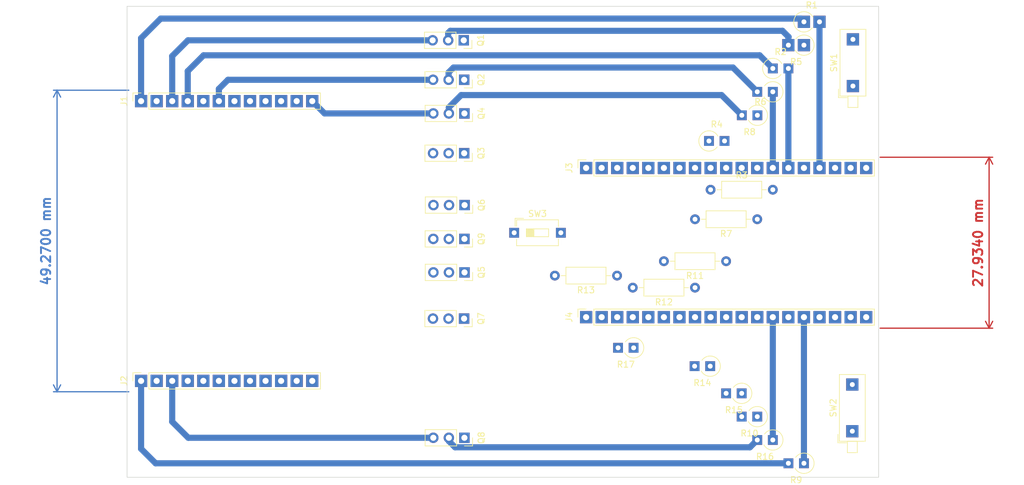
<source format=kicad_pcb>
(kicad_pcb (version 20240108) (generator "pcbnew") (generator_version "8.0")
  (layers (0 "F.Cu" signal) (31 "B.Cu" signal) (34 "B.Paste" user) (35 "F.Paste" user) (36 "B.SilkS" user "B.Silkscreen") (37 "F.SilkS" user "F.Silkscreen") (38 "B.Mask" user) (39 "F.Mask" user) (44 "Edge.Cuts" user))
  (net 0 "")
  (net 1 "GPIO15")
  (net 3 "Net-(J1-Pin_3)")
  (net 4 "GPIO0")
  (net 6 "Net-(J1-Pin_6)")
  (net 7 "GPIO16")
  (net 9 "Net-(J1-Pin_9)")
  (net 10 "GPIO5")
  (net 12 "Net-(J1-Pin_12)")
  (net 13 "GPIO13")
  (net 15 "Net-(J2-Pin_3)")
  (net 16 "GPIO14")
  (net 18 "Net-(J2-Pin_6)")
  (net 19 "GPIO26")
  (net 21 "Net-(J2-Pin_9)")
  (net 22 "GPIO33")
  (net 23 "Net-(J2-Pin_11)")
  (net 24 "Net-(J2-Pin_12)")
  (net 25 "GND")
  (net 26 "GPIO23")
  (net 27 "GPIO22")
  (net 28 "TX{slash}GPIO1")
  (net 29 "RX{slash}GPIO3")
  (net 30 "GPIO21")
  (net 31 "GPIO19")
  (net 32 "GPIO18")
  (net 33 "Net-(J3-Pin_10)")
  (net 34 "GPIO17")
  (net 35 "GPIO4")
  (net 36 "Net-(J3-Pin_14)")
  (net 37 "GPIO2")
  (net 38 "Net-(J3-Pin_16)")
  (net 42 "3.3V")
  (net 44 "GPI36")
  (net 45 "GPI39")
  (net 46 "GPI34")
  (net 47 "GPI35")
  (net 48 "GPIO32")
  (net 49 "Net-(J4-Pin_8)")
  (net 50 "GPIO25")
  (net 51 "Net-(J4-Pin_10)")
  (net 52 "GPIO27")
  (net 53 "Net-(J4-Pin_12)")
  (net 54 "GPIO12")
  (net 55 "Net-(J4-Pin_15)")
  (net 59 "5V")
  (net 60 "Net-(Q1-B)")
  (net 61 "Net-(Q2-B)")
  (net 62 "Net-(Q3-B)")
  (net 63 "Net-(Q4-B)")
  (net 64 "Net-(Q5-B)")
  (net 65 "Net-(Q6-B)")
  (net 66 "Net-(Q7-B)")
  (net 67 "Net-(Q8-B)")
  (net 68 "Net-(Q9-B)")
  (net 69 "Net-(J3-Pin_11)")
  (net 71 "GND_BJT")
  (footprint "Button_Switch_THT:SW_DIP_SPSTx01_Piano_10.8x4.1mm_W7.62mm_P2.54mm" (layer "F.Cu") (at 214.5 76.02 90)
    (property "Reference" "SW1" (at 3.81 -3.11 90) (layer "F.SilkS"))
    (property "Value" "SW_Push")
    (fp_line (start -1.89 -2.35) (end -0.507 -2.35) (stroke (width 0.12)) (layer "F.SilkS"))
    (fp_line (start -1.89 -2.35) (end -1.89 -0.967) (stroke (width 0.12)) (layer "F.SilkS"))
    (fp_line (start 9.27 -2.11) (end 9.27 2.11) (stroke (width 0.12)) (layer "F.SilkS"))
    (fp_line (start -1.65 -2.11) (end 9.27 -2.11) (stroke (width 0.12)) (layer "F.SilkS"))
    (fp_line (start -1.65 -2.11) (end -1.65 2.11) (stroke (width 0.12)) (layer "F.SilkS"))
    (fp_line (start -1.65 -0.81) (end -1.65 0.81) (stroke (width 0.12)) (layer "F.SilkS"))
    (fp_line (start -3.51 -0.81) (end -1.65 -0.81) (stroke (width 0.12)) (layer "F.SilkS"))
    (fp_line (start -3.51 -0.81) (end -3.51 0.81) (stroke (width 0.12)) (layer "F.SilkS"))
    (fp_line (start -3.51 0.81) (end -1.65 0.81) (stroke (width 0.12)) (layer "F.SilkS"))
    (fp_line (start -1.65 2.11) (end 9.27 2.11) (stroke (width 0.12)) (layer "F.SilkS"))
    (pad "1" thru_hole rect (at 0 0 90) (size 2 2) (drill 0.8) (layers "*.Cu" "*.Mask") (net 25 "GND"))
    (pad "2" thru_hole rect (at 7.62 0 90) (size 2 2) (drill 0.8) (layers "*.Cu" "*.Mask") (net 32 "GPIO18"))
  )
  (footprint "Connector_PinSocket_2.54mm:PinSocket_1x03_P2.54mm_Vertical" (layer "F.Cu") (at 151.04 75 -90)
    (property "Reference" "Q2" (at 0 -2.77 90) (layer "F.SilkS"))
    (property "Value" "2N3904")
    (fp_line (start -1.33 6.41) (end 1.33 6.41) (stroke (width 0.12)) (layer "F.SilkS"))
    (fp_line (start -1.33 1.27) (end -1.33 6.41) (stroke (width 0.12)) (layer "F.SilkS"))
    (fp_line (start -1.33 1.27) (end 1.33 1.27) (stroke (width 0.12)) (layer "F.SilkS"))
    (fp_line (start 1.33 1.27) (end 1.33 6.41) (stroke (width 0.12)) (layer "F.SilkS"))
    (fp_line (start 0 -1.33) (end 1.33 -1.33) (stroke (width 0.12)) (layer "F.SilkS"))
    (fp_line (start 1.33 -1.33) (end 1.33 0) (stroke (width 0.12)) (layer "F.SilkS"))
    (pad "1" thru_hole rect (at 0 0 270) (size 1.7 1.7) (drill 1) (layers "*.Cu" "*.Mask") (net 71 "GND_BJT"))
    (pad "2" thru_hole oval (at 0 2.54 270) (size 1.7 1.7) (drill 1) (layers "*.Cu" "*.Mask") (net 61 "Net-(Q2-B)"))
    (pad "3" thru_hole oval (at 0 5.08 270) (size 1.7 1.7) (drill 1) (layers "*.Cu" "*.Mask") (net 6 "Net-(J1-Pin_6)"))
  )
  (footprint "Connector_PinSocket_2.54mm:PinSocket_1x12_P2.54mm_Vertical" (layer "F.Cu") (at 98.298 78.486 90)
    (property "Reference" "J1" (at 0 -2.77 90) (layer "F.SilkS"))
    (property "Value" "Conn_01x12")
    (fp_line (start 1.33 -1.33) (end 1.33 0) (stroke (width 0.12)) (layer "F.SilkS"))
    (fp_line (start 0 -1.33) (end 1.33 -1.33) (stroke (width 0.12)) (layer "F.SilkS"))
    (fp_line (start 1.33 1.27) (end 1.33 29.27) (stroke (width 0.12)) (layer "F.SilkS"))
    (fp_line (start -1.33 1.27) (end 1.33 1.27) (stroke (width 0.12)) (layer "F.SilkS"))
    (fp_line (start -1.33 1.27) (end -1.33 29.27) (stroke (width 0.12)) (layer "F.SilkS"))
    (fp_line (start -1.33 29.27) (end 1.33 29.27) (stroke (width 0.12)) (layer "F.SilkS"))
    (pad "1" thru_hole rect (at 0 0 90) (size 2 2) (drill 1) (layers "*.Cu" "*.Mask") (net 1 "GPIO15"))
    (pad "2" thru_hole rect (at 0 2.54 90) (size 2 2) (drill 1) (layers "*.Cu" "*.Mask"))
    (pad "3" thru_hole rect (at 0 5.08 90) (size 2 2) (drill 1) (layers "*.Cu" "*.Mask") (net 3 "Net-(J1-Pin_3)"))
    (pad "4" thru_hole rect (at 0 7.62 90) (size 2 2) (drill 1) (layers "*.Cu" "*.Mask") (net 4 "GPIO0"))
    (pad "5" thru_hole rect (at 0 10.16 90) (size 2 2) (drill 1) (layers "*.Cu" "*.Mask"))
    (pad "6" thru_hole rect (at 0 12.7 90) (size 2 2) (drill 1) (layers "*.Cu" "*.Mask") (net 6 "Net-(J1-Pin_6)"))
    (pad "7" thru_hole rect (at 0 15.24 90) (size 2 2) (drill 1) (layers "*.Cu" "*.Mask") (net 34 "GPIO17"))
    (pad "8" thru_hole rect (at 0 17.78 90) (size 2 2) (drill 1) (layers "*.Cu" "*.Mask"))
    (pad "9" thru_hole rect (at 0 20.32 90) (size 2 2) (drill 1) (layers "*.Cu" "*.Mask") (net 9 "Net-(J1-Pin_9)"))
    (pad "10" thru_hole rect (at 0 22.86 90) (size 2 2) (drill 1) (layers "*.Cu" "*.Mask") (net 10 "GPIO5"))
    (pad "11" thru_hole rect (at 0 25.4 90) (size 2 2) (drill 1) (layers "*.Cu" "*.Mask"))
    (pad "12" thru_hole rect (at 0 27.94 90) (size 2 2) (drill 1) (layers "*.Cu" "*.Mask") (net 12 "Net-(J1-Pin_12)"))
  )
  (footprint "Connector_PinSocket_2.54mm:PinSocket_1x19_P2.54mm_Vertical" (layer "F.Cu") (at 170.942 89.408 90)
    (property "Reference" "J3" (at 0 -2.77 90) (layer "F.SilkS"))
    (property "Value" "Conn_01x19")
    (fp_line (start 1.33 -1.33) (end 1.33 0) (stroke (width 0.12)) (layer "F.SilkS"))
    (fp_line (start 0 -1.33) (end 1.33 -1.33) (stroke (width 0.12)) (layer "F.SilkS"))
    (fp_line (start 1.33 1.27) (end 1.33 47.05) (stroke (width 0.12)) (layer "F.SilkS"))
    (fp_line (start -1.33 1.27) (end 1.33 1.27) (stroke (width 0.12)) (layer "F.SilkS"))
    (fp_line (start -1.33 1.27) (end -1.33 47.05) (stroke (width 0.12)) (layer "F.SilkS"))
    (fp_line (start -1.33 47.05) (end 1.33 47.05) (stroke (width 0.12)) (layer "F.SilkS"))
    (pad "1" thru_hole rect (at 0 0 90) (size 2 2) (drill 1) (layers "*.Cu" "*.Mask") (net 25 "GND"))
    (pad "2" thru_hole rect (at 0 2.54 90) (size 2 2) (drill 1) (layers "*.Cu" "*.Mask") (net 26 "GPIO23"))
    (pad "3" thru_hole rect (at 0 5.08 90) (size 2 2) (drill 1) (layers "*.Cu" "*.Mask") (net 27 "GPIO22"))
    (pad "4" thru_hole rect (at 0 7.62 90) (size 2 2) (drill 1) (layers "*.Cu" "*.Mask") (net 28 "TX{slash}GPIO1"))
    (pad "5" thru_hole rect (at 0 10.16 90) (size 2 2) (drill 1) (layers "*.Cu" "*.Mask") (net 29 "RX{slash}GPIO3"))
    (pad "6" thru_hole rect (at 0 12.7 90) (size 2 2) (drill 1) (layers "*.Cu" "*.Mask") (net 30 "GPIO21"))
    (pad "7" thru_hole rect (at 0 15.24 90) (size 2 2) (drill 1) (layers "*.Cu" "*.Mask") (net 25 "GND"))
    (pad "8" thru_hole rect (at 0 17.78 90) (size 2 2) (drill 1) (layers "*.Cu" "*.Mask") (net 31 "GPIO19"))
    (pad "9" thru_hole rect (at 0 20.32 90) (size 2 2) (drill 1) (layers "*.Cu" "*.Mask") (net 32 "GPIO18"))
    (pad "10" thru_hole rect (at 0 22.86 90) (size 2 2) (drill 1) (layers "*.Cu" "*.Mask") (net 33 "Net-(J3-Pin_10)"))
    (pad "11" thru_hole rect (at 0 25.4 90) (size 2 2) (drill 1) (layers "*.Cu" "*.Mask") (net 69 "Net-(J3-Pin_11)"))
    (pad "12" thru_hole rect (at 0 27.94 90) (size 2 2) (drill 1) (layers "*.Cu" "*.Mask" "Eco2.User") (net 7 "GPIO16"))
    (pad "13" thru_hole rect (at 0 30.48 90) (size 2 2) (drill 1) (layers "*.Cu" "*.Mask") (net 35 "GPIO4"))
    (pad "14" thru_hole rect (at 0 33.02 90) (size 2 2) (drill 1) (layers "*.Cu" "*.Mask") (net 36 "Net-(J3-Pin_14)"))
    (pad "15" thru_hole rect (at 0 35.56 90) (size 2 2) (drill 1) (layers "*.Cu" "*.Mask") (net 37 "GPIO2"))
    (pad "16" thru_hole rect (at 0 38.1 90) (size 2 2) (drill 1) (layers "*.Cu" "*.Mask") (net 38 "Net-(J3-Pin_16)"))
    (pad "17" thru_hole rect (at 0 40.64 90) (size 2 2) (drill 1) (layers "*.Cu" "*.Mask"))
    (pad "18" thru_hole rect (at 0 43.18 90) (size 2 2) (drill 1) (layers "*.Cu" "*.Mask"))
    (pad "19" thru_hole rect (at 0 45.72 90) (size 2 2) (drill 1) (layers "*.Cu" "*.Mask"))
  )
  (footprint "Resistor_THT:R_Axial_DIN0309_L9.0mm_D3.2mm_P2.54mm_Vertical" (layer "F.Cu") (at 191.2 121.8 180)
    (property "Reference" "R14" (at 1.27 -2.72 0) (layer "F.SilkS"))
    (property "Value" "1000")
    (fp_arc (start 1.344775 0.97138) (mid -1.655812 -0.101418) (end 1.453272 -0.8) (stroke (width 0.12)) (layer "F.SilkS"))
    (pad "1" thru_hole rect (at 0 0 180) (size 1.6 1.6) (drill 0.8) (layers "*.Cu" "*.Mask") (net 50 "GPIO25"))
    (pad "2" thru_hole rect (at 2.54 0 180) (size 1.6 1.6) (drill 0.8) (layers "*.Cu" "*.Mask") (net 64 "Net-(Q5-B)"))
  )
  (footprint "Resistor_THT:R_Axial_DIN0207_L6.3mm_D2.5mm_P10.16mm_Horizontal" (layer "F.Cu") (at 188.722 108.966 180)
    (property "Reference" "R12" (at 5.08 -2.37 180) (layer "F.SilkS"))
    (property "Value" "330")
    (fp_line (start 9.12 0) (end 8.35 0) (stroke (width 0.12)) (layer "F.SilkS"))
    (fp_line (start 8.35 1.37) (end 8.35 -1.37) (stroke (width 0.12)) (layer "F.SilkS"))
    (fp_line (start 8.35 -1.37) (end 1.81 -1.37) (stroke (width 0.12)) (layer "F.SilkS"))
    (fp_line (start 1.81 1.37) (end 8.35 1.37) (stroke (width 0.12)) (layer "F.SilkS"))
    (fp_line (start 1.81 -1.37) (end 1.81 1.37) (stroke (width 0.12)) (layer "F.SilkS"))
    (fp_line (start 1.04 0) (end 1.81 0) (stroke (width 0.12)) (layer "F.SilkS"))
    (pad "1" thru_hole circle (at 0 0 180) (size 1.6 1.6) (drill 0.8) (layers "*.Cu" "*.Mask") (net 49 "Net-(J4-Pin_8)"))
    (pad "2" thru_hole oval (at 10.16 0 180) (size 1.6 1.6) (drill 0.8) (layers "*.Cu" "*.Mask") (net 22 "GPIO33"))
  )
  (footprint "Connector_PinSocket_2.54mm:PinSocket_1x03_P2.54mm_Vertical" (layer "F.Cu") (at 151.105 95.475 -90)
    (property "Reference" "Q6" (at 0 -2.77 90) (layer "F.SilkS"))
    (property "Value" "2N3904")
    (fp_line (start -1.33 6.41) (end 1.33 6.41) (stroke (width 0.12)) (layer "F.SilkS"))
    (fp_line (start -1.33 1.27) (end -1.33 6.41) (stroke (width 0.12)) (layer "F.SilkS"))
    (fp_line (start -1.33 1.27) (end 1.33 1.27) (stroke (width 0.12)) (layer "F.SilkS"))
    (fp_line (start 1.33 1.27) (end 1.33 6.41) (stroke (width 0.12)) (layer "F.SilkS"))
    (fp_line (start 0 -1.33) (end 1.33 -1.33) (stroke (width 0.12)) (layer "F.SilkS"))
    (fp_line (start 1.33 -1.33) (end 1.33 0) (stroke (width 0.12)) (layer "F.SilkS"))
    (pad "1" thru_hole rect (at 0 0 270) (size 1.7 1.7) (drill 1) (layers "*.Cu" "*.Mask") (net 71 "GND_BJT"))
    (pad "2" thru_hole oval (at 0 2.54 270) (size 1.7 1.7) (drill 1) (layers "*.Cu" "*.Mask") (net 65 "Net-(Q6-B)"))
    (pad "3" thru_hole oval (at 0 5.08 270) (size 1.7 1.7) (drill 1) (layers "*.Cu" "*.Mask") (net 21 "Net-(J2-Pin_9)"))
  )
  (footprint "Connector_PinSocket_2.54mm:PinSocket_1x03_P2.54mm_Vertical" (layer "F.Cu") (at 151.08 133.5 -90)
    (property "Reference" "Q8" (at 0 -2.77 90) (layer "F.SilkS"))
    (property "Value" "2N3904")
    (fp_line (start -1.33 6.41) (end 1.33 6.41) (stroke (width 0.12)) (layer "F.SilkS"))
    (fp_line (start -1.33 1.27) (end -1.33 6.41) (stroke (width 0.12)) (layer "F.SilkS"))
    (fp_line (start -1.33 1.27) (end 1.33 1.27) (stroke (width 0.12)) (layer "F.SilkS"))
    (fp_line (start 1.33 1.27) (end 1.33 6.41) (stroke (width 0.12)) (layer "F.SilkS"))
    (fp_line (start 0 -1.33) (end 1.33 -1.33) (stroke (width 0.12)) (layer "F.SilkS"))
    (fp_line (start 1.33 -1.33) (end 1.33 0) (stroke (width 0.12)) (layer "F.SilkS"))
    (pad "1" thru_hole rect (at 0 0 270) (size 1.7 1.7) (drill 1) (layers "*.Cu" "*.Mask") (net 71 "GND_BJT"))
    (pad "2" thru_hole oval (at 0 2.54 270) (size 1.7 1.7) (drill 1) (layers "*.Cu" "*.Mask") (net 67 "Net-(Q8-B)"))
    (pad "3" thru_hole oval (at 0 5.08 270) (size 1.7 1.7) (drill 1) (layers "*.Cu" "*.Mask") (net 15 "Net-(J2-Pin_3)"))
  )
  (footprint "Resistor_THT:R_Axial_DIN0207_L6.3mm_D2.5mm_P10.16mm_Horizontal" (layer "F.Cu") (at 191.262 92.964)
    (property "Reference" "R3" (at 5.08 -2.37 0) (layer "F.SilkS"))
    (property "Value" "330")
    (fp_line (start 1.04 0) (end 1.81 0) (stroke (width 0.12)) (layer "F.SilkS"))
    (fp_line (start 1.81 -1.37) (end 1.81 1.37) (stroke (width 0.12)) (layer "F.SilkS"))
    (fp_line (start 1.81 1.37) (end 8.35 1.37) (stroke (width 0.12)) (layer "F.SilkS"))
    (fp_line (start 8.35 -1.37) (end 1.81 -1.37) (stroke (width 0.12)) (layer "F.SilkS"))
    (fp_line (start 8.35 1.37) (end 8.35 -1.37) (stroke (width 0.12)) (layer "F.SilkS"))
    (fp_line (start 9.12 0) (end 8.35 0) (stroke (width 0.12)) (layer "F.SilkS"))
    (pad "1" thru_hole circle (at 0 0) (size 1.6 1.6) (drill 0.8) (layers "*.Cu" "*.Mask") (net 34 "GPIO17"))
    (pad "2" thru_hole oval (at 10.16 0) (size 1.6 1.6) (drill 0.8) (layers "*.Cu" "*.Mask") (net 69 "Net-(J3-Pin_11)"))
  )
  (footprint "Connector_PinSocket_2.54mm:PinSocket_1x03_P2.54mm_Vertical" (layer "F.Cu") (at 151.095 106.475 -90)
    (property "Reference" "Q5" (at 0 -2.77 90) (layer "F.SilkS"))
    (property "Value" "2N3904")
    (fp_line (start -1.33 6.41) (end 1.33 6.41) (stroke (width 0.12)) (layer "F.SilkS"))
    (fp_line (start -1.33 1.27) (end -1.33 6.41) (stroke (width 0.12)) (layer "F.SilkS"))
    (fp_line (start -1.33 1.27) (end 1.33 1.27) (stroke (width 0.12)) (layer "F.SilkS"))
    (fp_line (start 1.33 1.27) (end 1.33 6.41) (stroke (width 0.12)) (layer "F.SilkS"))
    (fp_line (start 0 -1.33) (end 1.33 -1.33) (stroke (width 0.12)) (layer "F.SilkS"))
    (fp_line (start 1.33 -1.33) (end 1.33 0) (stroke (width 0.12)) (layer "F.SilkS"))
    (pad "1" thru_hole rect (at 0 0 270) (size 1.7 1.7) (drill 1) (layers "*.Cu" "*.Mask") (net 71 "GND_BJT"))
    (pad "2" thru_hole oval (at 0 2.54 270) (size 1.7 1.7) (drill 1) (layers "*.Cu" "*.Mask") (net 64 "Net-(Q5-B)"))
    (pad "3" thru_hole oval (at 0 5.08 270) (size 1.7 1.7) (drill 1) (layers "*.Cu" "*.Mask") (net 24 "Net-(J2-Pin_12)"))
  )
  (footprint "Resistor_THT:R_Axial_DIN0309_L9.0mm_D3.2mm_P2.54mm_Vertical" (layer "F.Cu") (at 206.502 65.532)
    (property "Reference" "R1" (at 1.27 -2.72 0) (layer "F.SilkS"))
    (property "Value" "330")
    (fp_arc (start 1.344775 0.97138) (mid -1.655812 -0.101418) (end 1.453272 -0.8) (stroke (width 0.12)) (layer "F.SilkS"))
    (pad "1" thru_hole rect (at 0 0) (size 2 2) (drill 0.8) (layers "*.Cu" "*.Mask") (net 1 "GPIO15"))
    (pad "2" thru_hole rect (at 2.54 0) (size 2 2) (drill 0.8) (layers "*.Cu" "*.Mask") (net 38 "Net-(J3-Pin_16)"))
  )
  (footprint "Connector_PinSocket_2.54mm:PinSocket_1x03_P2.54mm_Vertical" (layer "F.Cu") (at 150.97 68.55 -90)
    (property "Reference" "Q1" (at 0 -2.77 90) (layer "F.SilkS"))
    (property "Value" "2N3904")
    (fp_line (start -1.33 6.41) (end 1.33 6.41) (stroke (width 0.12)) (layer "F.SilkS"))
    (fp_line (start -1.33 1.27) (end -1.33 6.41) (stroke (width 0.12)) (layer "F.SilkS"))
    (fp_line (start -1.33 1.27) (end 1.33 1.27) (stroke (width 0.12)) (layer "F.SilkS"))
    (fp_line (start 1.33 1.27) (end 1.33 6.41) (stroke (width 0.12)) (layer "F.SilkS"))
    (fp_line (start 0 -1.33) (end 1.33 -1.33) (stroke (width 0.12)) (layer "F.SilkS"))
    (fp_line (start 1.33 -1.33) (end 1.33 0) (stroke (width 0.12)) (layer "F.SilkS"))
    (pad "1" thru_hole rect (at 0 0 270) (size 1.7 1.7) (drill 1) (layers "*.Cu" "*.Mask") (net 71 "GND_BJT"))
    (pad "2" thru_hole oval (at 0 2.54 270) (size 1.7 1.7) (drill 1) (layers "*.Cu" "*.Mask") (net 60 "Net-(Q1-B)"))
    (pad "3" thru_hole oval (at 0 5.08 270) (size 1.7 1.7) (drill 1) (layers "*.Cu" "*.Mask") (net 3 "Net-(J1-Pin_3)"))
  )
  (footprint "Connector_PinSocket_2.54mm:PinSocket_1x03_P2.54mm_Vertical" (layer "F.Cu") (at 151.025 114.025 -90)
    (property "Reference" "Q7" (at 0 -2.77 90) (layer "F.SilkS"))
    (property "Value" "2N3904")
    (fp_line (start -1.33 6.41) (end 1.33 6.41) (stroke (width 0.12)) (layer "F.SilkS"))
    (fp_line (start -1.33 1.27) (end -1.33 6.41) (stroke (width 0.12)) (layer "F.SilkS"))
    (fp_line (start -1.33 1.27) (end 1.33 1.27) (stroke (width 0.12)) (layer "F.SilkS"))
    (fp_line (start 1.33 1.27) (end 1.33 6.41) (stroke (width 0.12)) (layer "F.SilkS"))
    (fp_line (start 0 -1.33) (end 1.33 -1.33) (stroke (width 0.12)) (layer "F.SilkS"))
    (fp_line (start 1.33 -1.33) (end 1.33 0) (stroke (width 0.12)) (layer "F.SilkS"))
    (pad "1" thru_hole rect (at 0 0 270) (size 1.7 1.7) (drill 1) (layers "*.Cu" "*.Mask") (net 71 "GND_BJT"))
    (pad "2" thru_hole oval (at 0 2.54 270) (size 1.7 1.7) (drill 1) (layers "*.Cu" "*.Mask") (net 66 "Net-(Q7-B)"))
    (pad "3" thru_hole oval (at 0 5.08 270) (size 1.7 1.7) (drill 1) (layers "*.Cu" "*.Mask") (net 18 "Net-(J2-Pin_6)"))
  )
  (footprint "Resistor_THT:R_Axial_DIN0309_L9.0mm_D3.2mm_P2.54mm_Vertical" (layer "F.Cu") (at 201.422 76.962 180)
    (property "Reference" "R6" (at 2.022 -1.638 0) (layer "F.SilkS"))
    (property "Value" "1000")
    (fp_arc (start 1.344775 0.97138) (mid -1.655812 -0.101418) (end 1.453272 -0.8) (stroke (width 0.12)) (layer "F.SilkS"))
    (pad "1" thru_hole rect (at 0 0 180) (size 1.6 1.6) (drill 0.8) (layers "*.Cu" "*.Mask") (net 35 "GPIO4"))
    (pad "2" thru_hole rect (at 2.54 0 180) (size 1.6 1.6) (drill 0.8) (layers "*.Cu" "*.Mask") (net 61 "Net-(Q2-B)"))
  )
  (footprint "Connector_PinSocket_2.54mm:PinSocket_1x03_P2.54mm_Vertical" (layer "F.Cu") (at 151.08 80.5 -90)
    (property "Reference" "Q4" (at 0 -2.77 90) (layer "F.SilkS"))
    (property "Value" "2N3904")
    (fp_line (start -1.33 6.41) (end 1.33 6.41) (stroke (width 0.12)) (layer "F.SilkS"))
    (fp_line (start -1.33 1.27) (end -1.33 6.41) (stroke (width 0.12)) (layer "F.SilkS"))
    (fp_line (start -1.33 1.27) (end 1.33 1.27) (stroke (width 0.12)) (layer "F.SilkS"))
    (fp_line (start 1.33 1.27) (end 1.33 6.41) (stroke (width 0.12)) (layer "F.SilkS"))
    (fp_line (start 0 -1.33) (end 1.33 -1.33) (stroke (width 0.12)) (layer "F.SilkS"))
    (fp_line (start 1.33 -1.33) (end 1.33 0) (stroke (width 0.12)) (layer "F.SilkS"))
    (pad "1" thru_hole rect (at 0 0 270) (size 1.7 1.7) (drill 1) (layers "*.Cu" "*.Mask") (net 71 "GND_BJT"))
    (pad "2" thru_hole oval (at 0 2.54 270) (size 1.7 1.7) (drill 1) (layers "*.Cu" "*.Mask") (net 63 "Net-(Q4-B)"))
    (pad "3" thru_hole oval (at 0 5.08 270) (size 1.7 1.7) (drill 1) (layers "*.Cu" "*.Mask") (net 12 "Net-(J1-Pin_12)"))
  )
  (footprint "Resistor_THT:R_Axial_DIN0207_L6.3mm_D2.5mm_P10.16mm_Horizontal" (layer "F.Cu") (at 176 107 180)
    (property "Reference" "R13" (at 5.08 -2.37 180) (layer "F.SilkS"))
    (property "Value" "1000")
    (fp_line (start 9.12 0) (end 8.35 0) (stroke (width 0.12)) (layer "F.SilkS"))
    (fp_line (start 8.35 1.37) (end 8.35 -1.37) (stroke (width 0.12)) (layer "F.SilkS"))
    (fp_line (start 8.35 -1.37) (end 1.81 -1.37) (stroke (width 0.12)) (layer "F.SilkS"))
    (fp_line (start 1.81 1.37) (end 8.35 1.37) (stroke (width 0.12)) (layer "F.SilkS"))
    (fp_line (start 1.81 -1.37) (end 1.81 1.37) (stroke (width 0.12)) (layer "F.SilkS"))
    (fp_line (start 1.04 0) (end 1.81 0) (stroke (width 0.12)) (layer "F.SilkS"))
    (pad "1" thru_hole circle (at 0 0 180) (size 1.6 1.6) (drill 0.8) (layers "*.Cu" "*.Mask") (net 44 "GPI36"))
    (pad "2" thru_hole oval (at 10.16 0 180) (size 1.6 1.6) (drill 0.8) (layers "*.Cu" "*.Mask") (net 65 "Net-(Q6-B)"))
  )
  (footprint "Resistor_THT:R_Axial_DIN0309_L9.0mm_D3.2mm_P2.54mm_Vertical" (layer "F.Cu") (at 196.342 126.238 180)
    (property "Reference" "R15" (at 1.27 -2.72 0) (layer "F.SilkS"))
    (property "Value" "1000")
    (fp_arc (start 1.344775 0.97138) (mid -1.655812 -0.101418) (end 1.453272 -0.8) (stroke (width 0.12)) (layer "F.SilkS"))
    (pad "1" thru_hole rect (at 0 0 180) (size 1.6 1.6) (drill 0.8) (layers "*.Cu" "*.Mask") (net 52 "GPIO27"))
    (pad "2" thru_hole rect (at 2.54 0 180) (size 1.6 1.6) (drill 0.8) (layers "*.Cu" "*.Mask") (net 66 "Net-(Q7-B)"))
  )
  (footprint "Button_Switch_THT:SW_DIP_SPSTx01_Piano_10.8x4.1mm_W7.62mm_P2.54mm" (layer "F.Cu") (at 214.4 132.425 90)
    (property "Reference" "SW2" (at 3.81 -3.11 90) (layer "F.SilkS"))
    (property "Value" "SW_Push")
    (fp_line (start -1.89 -2.35) (end -0.507 -2.35) (stroke (width 0.12)) (layer "F.SilkS"))
    (fp_line (start -1.89 -2.35) (end -1.89 -0.967) (stroke (width 0.12)) (layer "F.SilkS"))
    (fp_line (start 9.27 -2.11) (end 9.27 2.11) (stroke (width 0.12)) (layer "F.SilkS"))
    (fp_line (start -1.65 -2.11) (end 9.27 -2.11) (stroke (width 0.12)) (layer "F.SilkS"))
    (fp_line (start -1.65 -2.11) (end -1.65 2.11) (stroke (width 0.12)) (layer "F.SilkS"))
    (fp_line (start -1.65 -0.81) (end -1.65 0.81) (stroke (width 0.12)) (layer "F.SilkS"))
    (fp_line (start -3.51 -0.81) (end -1.65 -0.81) (stroke (width 0.12)) (layer "F.SilkS"))
    (fp_line (start -3.51 -0.81) (end -3.51 0.81) (stroke (width 0.12)) (layer "F.SilkS"))
    (fp_line (start -3.51 0.81) (end -1.65 0.81) (stroke (width 0.12)) (layer "F.SilkS"))
    (fp_line (start -1.65 2.11) (end 9.27 2.11) (stroke (width 0.12)) (layer "F.SilkS"))
    (pad "1" thru_hole rect (at 0 0 90) (size 2 2) (drill 0.8) (layers "*.Cu" "*.Mask") (net 48 "GPIO32"))
    (pad "2" thru_hole rect (at 7.62 0 90) (size 2 2) (drill 0.8) (layers "*.Cu" "*.Mask") (net 25 "GND"))
  )
  (footprint "Resistor_THT:R_Axial_DIN0309_L9.0mm_D3.2mm_P2.54mm_Vertical" (layer "F.Cu") (at 178.7 118.8 180)
    (property "Reference" "R17" (at 1.27 -2.72 180) (layer "F.SilkS"))
    (property "Value" "1000")
    (fp_arc (start 1.344775 0.97138) (mid -1.655812 -0.101418) (end 1.453272 -0.8) (stroke (width 0.12)) (layer "F.SilkS"))
    (pad "1" thru_hole rect (at 0 0 180) (size 1.6 1.6) (drill 0.8) (layers "*.Cu" "*.Mask") (net 45 "GPI39"))
    (pad "2" thru_hole rect (at 2.54 0 180) (size 1.6 1.6) (drill 0.8) (layers "*.Cu" "*.Mask") (net 68 "Net-(Q9-B)"))
  )
  (footprint "Button_Switch_THT:SW_DIP_SPSTx01_Slide_6.7x4.1mm_W7.62mm_P2.54mm_LowProfile" (layer "F.Cu") (at 159.2 100)
    (property "Reference" "SW3" (at 3.81 -3.11 0) (layer "F.SilkS"))
    (property "Value" "SW_DPST_x2")
    (fp_line (start 0.16 -2.35) (end 0.16 -1.04) (stroke (width 0.12)) (layer "F.SilkS"))
    (fp_line (start 0.16 -2.35) (end 1.543 -2.35) (stroke (width 0.12)) (layer "F.SilkS"))
    (fp_line (start 0.4 -2.11) (end 0.4 -1.04) (stroke (width 0.12)) (layer "F.SilkS"))
    (fp_line (start 0.4 -2.11) (end 7.221 -2.11) (stroke (width 0.12)) (layer "F.SilkS"))
    (fp_line (start 0.4 1.04) (end 0.4 2.11) (stroke (width 0.12)) (layer "F.SilkS"))
    (fp_line (start 0.4 2.11) (end 7.221 2.11) (stroke (width 0.12)) (layer "F.SilkS"))
    (fp_line (start 2 -0.635) (end 2 0.635) (stroke (width 0.12)) (layer "F.SilkS"))
    (fp_line (start 2 -0.515) (end 3.206667 -0.515) (stroke (width 0.12)) (layer "F.SilkS"))
    (fp_line (start 2 -0.395) (end 3.206667 -0.395) (stroke (width 0.12)) (layer "F.SilkS"))
    (fp_line (start 2 -0.275) (end 3.206667 -0.275) (stroke (width 0.12)) (layer "F.SilkS"))
    (fp_line (start 2 -0.155) (end 3.206667 -0.155) (stroke (width 0.12)) (layer "F.SilkS"))
    (fp_line (start 2 -0.035) (end 3.206667 -0.035) (stroke (width 0.12)) (layer "F.SilkS"))
    (fp_line (start 2 0.085) (end 3.206667 0.085) (stroke (width 0.12)) (layer "F.SilkS"))
    (fp_line (start 2 0.205) (end 3.206667 0.205) (stroke (width 0.12)) (layer "F.SilkS"))
    (fp_line (start 2 0.325) (end 3.206667 0.325) (stroke (width 0.12)) (layer "F.SilkS"))
    (fp_line (start 2 0.445) (end 3.206667 0.445) (stroke (width 0.12)) (layer "F.SilkS"))
    (fp_line (start 2 0.565) (end 3.206667 0.565) (stroke (width 0.12)) (layer "F.SilkS"))
    (fp_line (start 2 0.635) (end 5.62 0.635) (stroke (width 0.12)) (layer "F.SilkS"))
    (fp_line (start 3.206667 -0.635) (end 3.206667 0.635) (stroke (width 0.12)) (layer "F.SilkS"))
    (fp_line (start 5.62 -0.635) (end 2 -0.635) (stroke (width 0.12)) (layer "F.SilkS"))
    (fp_line (start 5.62 0.635) (end 5.62 -0.635) (stroke (width 0.12)) (layer "F.SilkS"))
    (fp_line (start 7.221 -2.11) (end 7.221 -0.99) (stroke (width 0.12)) (layer "F.SilkS"))
    (fp_line (start 7.221 0.99) (end 7.221 2.11) (stroke (width 0.12)) (layer "F.SilkS"))
    (pad "1" thru_hole rect (at 0 0) (size 1.6 1.6) (drill 0.8) (layers "*.Cu" "*.Mask") (net 71 "GND_BJT"))
    (pad "2" thru_hole rect (at 7.62 0) (size 1.6 1.6) (drill 0.8) (layers "*.Cu" "*.Mask") (net 25 "GND"))
  )
  (footprint "Resistor_THT:R_Axial_DIN0309_L9.0mm_D3.2mm_P2.54mm_Vertical" (layer "F.Cu") (at 191 85)
    (property "Reference" "R4" (at 1.27 -2.72 0) (layer "F.SilkS"))
    (property "Value" "330" (hide yes))
    (fp_arc (start 1.344775 0.97138) (mid -1.655812 -0.101418) (end 1.453272 -0.8) (stroke (width 0.12)) (layer "F.SilkS"))
    (pad "1" thru_hole rect (at 0 0) (size 1.6 1.6) (drill 0.8) (layers "*.Cu" "*.Mask") (net 10 "GPIO5"))
    (pad "2" thru_hole rect (at 2.54 0) (size 1.6 1.6) (drill 0.8) (layers "*.Cu" "*.Mask") (net 33 "Net-(J3-Pin_10)"))
  )
  (footprint "Resistor_THT:R_Axial_DIN0309_L9.0mm_D3.2mm_P2.54mm_Vertical" (layer "F.Cu") (at 198.9 80.8 180)
    (property "Reference" "R8" (at 1.27 -2.72 180) (layer "F.SilkS"))
    (property "Value" "1000")
    (fp_arc (start 1.344775 0.97138) (mid -1.655812 -0.101418) (end 1.453272 -0.8) (stroke (width 0.12)) (layer "F.SilkS"))
    (pad "1" thru_hole rect (at 0 0 180) (size 1.6 1.6) (drill 0.8) (layers "*.Cu" "*.Mask"))
    (pad "2" thru_hole rect (at 2.54 0 180) (size 1.6 1.6) (drill 0.8) (layers "*.Cu" "*.Mask") (net 63 "Net-(Q4-B)"))
  )
  (footprint "Resistor_THT:R_Axial_DIN0309_L9.0mm_D3.2mm_P2.54mm_Vertical" (layer "F.Cu") (at 201.422 133.858 180)
    (property "Reference" "R16" (at 1.27 -2.72 0) (layer "F.SilkS"))
    (property "Value" "1000")
    (fp_arc (start 1.344775 0.97138) (mid -1.655812 -0.101418) (end 1.453272 -0.8) (stroke (width 0.12)) (layer "F.SilkS"))
    (pad "1" thru_hole rect (at 0 0 180) (size 1.6 1.6) (drill 0.8) (layers "*.Cu" "*.Mask") (net 54 "GPIO12"))
    (pad "2" thru_hole rect (at 2.54 0 180) (size 1.6 1.6) (drill 0.8) (layers "*.Cu" "*.Mask") (net 67 "Net-(Q8-B)"))
  )
  (footprint "Resistor_THT:R_Axial_DIN0207_L6.3mm_D2.5mm_P10.16mm_Horizontal" (layer "F.Cu") (at 198.882 97.79 180)
    (property "Reference" "R7" (at 5.08 -2.37 180) (layer "F.SilkS"))
    (property "Value" "1000")
    (fp_line (start 9.12 0) (end 8.35 0) (stroke (width 0.12)) (layer "F.SilkS"))
    (fp_line (start 8.35 1.37) (end 8.35 -1.37) (stroke (width 0.12)) (layer "F.SilkS"))
    (fp_line (start 8.35 -1.37) (end 1.81 -1.37) (stroke (width 0.12)) (layer "F.SilkS"))
    (fp_line (start 1.81 1.37) (end 8.35 1.37) (stroke (width 0.12)) (layer "F.SilkS"))
    (fp_line (start 1.81 -1.37) (end 1.81 1.37) (stroke (width 0.12)) (layer "F.SilkS"))
    (fp_line (start 1.04 0) (end 1.81 0) (stroke (width 0.12)) (layer "F.SilkS"))
    (pad "1" thru_hole circle (at 0 0 180) (size 1.6 1.6) (drill 0.8) (layers "*.Cu" "*.Mask") (net 7 "GPIO16"))
    (pad "2" thru_hole oval (at 10.16 0 180) (size 1.6 1.6) (drill 0.8) (layers "*.Cu" "*.Mask") (net 62 "Net-(Q3-B)"))
  )
  (footprint "Resistor_THT:R_Axial_DIN0309_L9.0mm_D3.2mm_P2.54mm_Vertical" (layer "F.Cu") (at 201.422 73.152)
    (property "Reference" "R2" (at 1.27 -2.72 0) (layer "F.SilkS"))
    (property "Value" "330")
    (fp_arc (start 1.344775 0.97138) (mid -1.655812 -0.101418) (end 1.453272 -0.8) (stroke (width 0.12)) (layer "F.SilkS"))
    (pad "1" thru_hole rect (at 0 0) (size 1.6 1.6) (drill 0.8) (layers "*.Cu" "*.Mask") (net 4 "GPIO0"))
    (pad "2" thru_hole rect (at 2.54 0) (size 1.6 1.6) (drill 0.8) (layers "*.Cu" "*.Mask") (net 36 "Net-(J3-Pin_14)"))
  )
  (footprint "Connector_PinSocket_2.54mm:PinSocket_1x19_P2.54mm_Vertical" (layer "F.Cu") (at 170.942 113.792 90)
    (property "Reference" "J4" (at 0 -2.77 90) (layer "F.SilkS"))
    (property "Value" "Conn_01x19")
    (fp_line (start 1.33 -1.33) (end 1.33 0) (stroke (width 0.12)) (layer "F.SilkS"))
    (fp_line (start 0 -1.33) (end 1.33 -1.33) (stroke (width 0.12)) (layer "F.SilkS"))
    (fp_line (start 1.33 1.27) (end 1.33 47.05) (stroke (width 0.12)) (layer "F.SilkS"))
    (fp_line (start -1.33 1.27) (end 1.33 1.27) (stroke (width 0.12)) (layer "F.SilkS"))
    (fp_line (start -1.33 1.27) (end -1.33 47.05) (stroke (width 0.12)) (layer "F.SilkS"))
    (fp_line (start -1.33 47.05) (end 1.33 47.05) (stroke (width 0.12)) (layer "F.SilkS"))
    (pad "1" thru_hole rect (at 0 0 90) (size 2 2) (drill 1) (layers "*.Cu" "*.Mask") (net 42 "3.3V"))
    (pad "2" thru_hole rect (at 0 2.54 90) (size 2 2) (drill 1) (layers "*.Cu" "*.Mask"))
    (pad "3" thru_hole rect (at 0 5.08 90) (size 2 2) (drill 1) (layers "*.Cu" "*.Mask") (net 44 "GPI36"))
    (pad "4" thru_hole rect (at 0 7.62 90) (size 2 2) (drill 1) (layers "*.Cu" "*.Mask") (net 45 "GPI39"))
    (pad "5" thru_hole rect (at 0 10.16 90) (size 2 2) (drill 1) (layers "*.Cu" "*.Mask") (net 46 "GPI34"))
    (pad "6" thru_hole rect (at 0 12.7 90) (size 2 2) (drill 1) (layers "*.Cu" "*.Mask") (net 47 "GPI35"))
    (pad "7" thru_hole rect (at 0 15.24 90) (size 2 2) (drill 1) (layers "*.Cu" "*.Mask") (net 48 "GPIO32"))
    (pad "8" thru_hole rect (at 0 17.78 90) (size 2 2) (drill 1) (layers "*.Cu" "*.Mask") (net 49 "Net-(J4-Pin_8)"))
    (pad "9" thru_hole rect (at 0 20.32 90) (size 2 2) (drill 1) (layers "*.Cu" "*.Mask") (net 50 "GPIO25"))
    (pad "10" thru_hole rect (at 0 22.86 90) (size 2 2) (drill 1) (layers "*.Cu" "*.Mask") (net 51 "Net-(J4-Pin_10)"))
    (pad "11" thru_hole rect (at 0 25.4 90) (size 2 2) (drill 1) (layers "*.Cu" "*.Mask") (net 52 "GPIO27"))
    (pad "12" thru_hole rect (at 0 27.94 90) (size 2 2) (drill 1) (layers "*.Cu" "*.Mask") (net 53 "Net-(J4-Pin_12)"))
    (pad "13" thru_hole rect (at 0 30.48 90) (size 2 2) (drill 1) (layers "*.Cu" "*.Mask") (net 54 "GPIO12"))
    (pad "14" thru_hole rect (at 0 33.02 90) (size 2 2) (drill 1) (layers "*.Cu" "*.Mask") (net 25 "GND"))
    (pad "15" thru_hole rect (at 0 35.56 90) (size 2 2) (drill 1) (layers "*.Cu" "*.Mask") (net 55 "Net-(J4-Pin_15)"))
    (pad "16" thru_hole rect (at 0 38.1 90) (size 2 2) (drill 1) (layers "*.Cu" "*.Mask"))
    (pad "17" thru_hole rect (at 0 40.64 90) (size 2 2) (drill 1) (layers "*.Cu" "*.Mask"))
    (pad "18" thru_hole rect (at 0 43.18 90) (size 2 2) (drill 1) (layers "*.Cu" "*.Mask"))
    (pad "19" thru_hole rect (at 0 45.72 90) (size 2 2) (drill 1) (layers "*.Cu" "*.Mask") (net 59 "5V"))
  )
  (footprint "Connector_PinSocket_2.54mm:PinSocket_1x03_P2.54mm_Vertical" (layer "F.Cu") (at 151.04 87 -90)
    (property "Reference" "Q3" (at 0 -2.77 90) (layer "F.SilkS"))
    (property "Value" "2N3904")
    (fp_line (start -1.33 6.41) (end 1.33 6.41) (stroke (width 0.12)) (layer "F.SilkS"))
    (fp_line (start -1.33 1.27) (end -1.33 6.41) (stroke (width 0.12)) (layer "F.SilkS"))
    (fp_line (start -1.33 1.27) (end 1.33 1.27) (stroke (width 0.12)) (layer "F.SilkS"))
    (fp_line (start 1.33 1.27) (end 1.33 6.41) (stroke (width 0.12)) (layer "F.SilkS"))
    (fp_line (start 0 -1.33) (end 1.33 -1.33) (stroke (width 0.12)) (layer "F.SilkS"))
    (fp_line (start 1.33 -1.33) (end 1.33 0) (stroke (width 0.12)) (layer "F.SilkS"))
    (pad "1" thru_hole rect (at 0 0 270) (size 1.7 1.7) (drill 1) (layers "*.Cu" "*.Mask") (net 71 "GND_BJT"))
    (pad "2" thru_hole oval (at 0 2.54 270) (size 1.7 1.7) (drill 1) (layers "*.Cu" "*.Mask") (net 62 "Net-(Q3-B)"))
    (pad "3" thru_hole oval (at 0 5.08 270) (size 1.7 1.7) (drill 1) (layers "*.Cu" "*.Mask") (net 9 "Net-(J1-Pin_9)"))
  )
  (footprint "Connector_PinSocket_2.54mm:PinSocket_1x03_P2.54mm_Vertical" (layer "F.Cu") (at 151.08 101 -90)
    (property "Reference" "Q9" (at 0 -2.77 90) (layer "F.SilkS"))
    (property "Value" "2N3904")
    (fp_line (start -1.33 6.41) (end 1.33 6.41) (stroke (width 0.12)) (layer "F.SilkS"))
    (fp_line (start -1.33 1.27) (end -1.33 6.41) (stroke (width 0.12)) (layer "F.SilkS"))
    (fp_line (start -1.33 1.27) (end 1.33 1.27) (stroke (width 0.12)) (layer "F.SilkS"))
    (fp_line (start 1.33 1.27) (end 1.33 6.41) (stroke (width 0.12)) (layer "F.SilkS"))
    (fp_line (start 0 -1.33) (end 1.33 -1.33) (stroke (width 0.12)) (layer "F.SilkS"))
    (fp_line (start 1.33 -1.33) (end 1.33 0) (stroke (width 0.12)) (layer "F.SilkS"))
    (pad "1" thru_hole rect (at 0 0 270) (size 1.7 1.7) (drill 1) (layers "*.Cu" "*.Mask") (net 71 "GND_BJT"))
    (pad "2" thru_hole oval (at 0 2.54 270) (size 1.7 1.7) (drill 1) (layers "*.Cu" "*.Mask") (net 68 "Net-(Q9-B)"))
    (pad "3" thru_hole oval (at 0 5.08 270) (size 1.7 1.7) (drill 1) (layers "*.Cu" "*.Mask") (net 23 "Net-(J2-Pin_11)"))
  )
  (footprint "Resistor_THT:R_Axial_DIN0309_L9.0mm_D3.2mm_P2.54mm_Vertical" (layer "F.Cu") (at 206.502 137.668 180)
    (property "Reference" "R9" (at 1.27 -2.72 0) (layer "F.SilkS"))
    (property "Value" "330")
    (fp_arc (start 1.344775 0.97138) (mid -1.655812 -0.101418) (end 1.453272 -0.8) (stroke (width 0.12)) (layer "F.SilkS"))
    (pad "1" thru_hole rect (at 0 0 180) (size 1.6 1.6) (drill 0.8) (layers "*.Cu" "*.Mask") (net 55 "Net-(J4-Pin_15)"))
    (pad "2" thru_hole rect (at 2.54 0 180) (size 1.6 1.6) (drill 0.8) (layers "*.Cu" "*.Mask") (net 13 "GPIO13"))
  )
  (footprint "Connector_PinSocket_2.54mm:PinSocket_1x12_P2.54mm_Vertical" (layer "F.Cu") (at 98.298 124.206 90)
    (property "Reference" "J2" (at 0 -2.77 90) (layer "F.SilkS"))
    (property "Value" "Conn_01x12")
    (fp_line (start 1.33 -1.33) (end 1.33 0) (stroke (width 0.12)) (layer "F.SilkS"))
    (fp_line (start 0 -1.33) (end 1.33 -1.33) (stroke (width 0.12)) (layer "F.SilkS"))
    (fp_line (start 1.33 1.27) (end 1.33 29.27) (stroke (width 0.12)) (layer "F.SilkS"))
    (fp_line (start -1.33 1.27) (end 1.33 1.27) (stroke (width 0.12)) (layer "F.SilkS"))
    (fp_line (start -1.33 1.27) (end -1.33 29.27) (stroke (width 0.12)) (layer "F.SilkS"))
    (fp_line (start -1.33 29.27) (end 1.33 29.27) (stroke (width 0.12)) (layer "F.SilkS"))
    (pad "1" thru_hole rect (at 0 0 90) (size 2 2) (drill 1) (layers "*.Cu" "*.Mask") (net 13 "GPIO13"))
    (pad "2" thru_hole rect (at 0 2.54 90) (size 2 2) (drill 1) (layers "*.Cu" "*.Mask"))
    (pad "3" thru_hole rect (at 0 5.08 90) (size 2 2) (drill 1) (layers "*.Cu" "*.Mask") (net 15 "Net-(J2-Pin_3)"))
    (pad "4" thru_hole rect (at 0 7.62 90) (size 2 2) (drill 1) (layers "*.Cu" "*.Mask") (net 16 "GPIO14"))
    (pad "5" thru_hole rect (at 0 10.16 90) (size 2 2) (drill 1) (layers "*.Cu" "*.Mask"))
    (pad "6" thru_hole rect (at 0 12.7 90) (size 2 2) (drill 1) (layers "*.Cu" "*.Mask") (net 18 "Net-(J2-Pin_6)"))
    (pad "7" thru_hole rect (at 0 15.24 90) (size 2 2) (drill 1) (layers "*.Cu" "*.Mask") (net 19 "GPIO26"))
    (pad "8" thru_hole rect (at 0 17.78 90) (size 2 2) (drill 1) (layers "*.Cu" "*.Mask"))
    (pad "9" thru_hole rect (at 0 20.32 90) (size 2 2) (drill 1) (layers "*.Cu" "*.Mask") (net 21 "Net-(J2-Pin_9)"))
    (pad "10" thru_hole rect (at 0 22.86 90) (size 2 2) (drill 1) (layers "*.Cu" "*.Mask") (net 22 "GPIO33"))
    (pad "11" thru_hole rect (at 0 25.4 90) (size 2 2) (drill 1) (layers "*.Cu" "*.Mask") (net 23 "Net-(J2-Pin_11)"))
    (pad "12" thru_hole rect (at 0 27.94 90) (size 2 2) (drill 1) (layers "*.Cu" "*.Mask") (net 24 "Net-(J2-Pin_12)"))
  )
  (footprint "Resistor_THT:R_Axial_DIN0309_L9.0mm_D3.2mm_P2.54mm_Vertical" (layer "F.Cu") (at 206.502 69.342 180)
    (property "Reference" "R5" (at 1.27 -2.72 0) (layer "F.SilkS"))
    (property "Value" "1000")
    (fp_arc (start 1.344775 0.97138) (mid -1.655812 -0.101418) (end 1.453272 -0.8) (stroke (width 0.12)) (layer "F.SilkS"))
    (pad "1" thru_hole rect (at 0 0 180) (size 2 2) (drill 0.8) (layers "*.Cu" "*.Mask") (net 37 "GPIO2"))
    (pad "2" thru_hole rect (at 2.54 0 180) (size 2 2) (drill 0.8) (layers "*.Cu" "*.Mask") (net 60 "Net-(Q1-B)"))
  )
  (footprint "Resistor_THT:R_Axial_DIN0309_L9.0mm_D3.2mm_P2.54mm_Vertical" (layer "F.Cu") (at 198.882 130.048 180)
    (property "Reference" "R10" (at 1.27 -2.72 0) (layer "F.SilkS"))
    (property "Value" "330")
    (fp_arc (start 1.344775 0.97138) (mid -1.655812 -0.101418) (end 1.453272 -0.8) (stroke (width 0.12)) (layer "F.SilkS"))
    (pad "1" thru_hole rect (at 0 0 180) (size 1.6 1.6) (drill 0.8) (layers "*.Cu" "*.Mask") (net 53 "Net-(J4-Pin_12)"))
    (pad "2" thru_hole rect (at 2.54 0 180) (size 1.6 1.6) (drill 0.8) (layers "*.Cu" "*.Mask") (net 16 "GPIO14"))
  )
  (footprint "Resistor_THT:R_Axial_DIN0207_L6.3mm_D2.5mm_P10.16mm_Horizontal" (layer "F.Cu") (at 193.802 104.648 180)
    (property "Reference" "R11" (at 5.08 -2.37 180) (layer "F.SilkS"))
    (property "Value" "330")
    (fp_line (start 9.12 0) (end 8.35 0) (stroke (width 0.12)) (layer "F.SilkS"))
    (fp_line (start 8.35 1.37) (end 8.35 -1.37) (stroke (width 0.12)) (layer "F.SilkS"))
    (fp_line (start 8.35 -1.37) (end 1.81 -1.37) (stroke (width 0.12)) (layer "F.SilkS"))
    (fp_line (start 1.81 1.37) (end 8.35 1.37) (stroke (width 0.12)) (layer "F.SilkS"))
    (fp_line (start 1.81 -1.37) (end 1.81 1.37) (stroke (width 0.12)) (layer "F.SilkS"))
    (fp_line (start 1.04 0) (end 1.81 0) (stroke (width 0.12)) (layer "F.SilkS"))
    (pad "1" thru_hole circle (at 0 0 180) (size 1.6 1.6) (drill 0.8) (layers "*.Cu" "*.Mask") (net 51 "Net-(J4-Pin_10)"))
    (pad "2" thru_hole oval (at 10.16 0 180) (size 1.6 1.6) (drill 0.8) (layers "*.Cu" "*.Mask") (net 19 "GPIO26"))
  )
  (gr_rect (start 96.012 62.992) (end 218.694 139.954) (stroke (width 0.1)) (fill none) (layer "Edge.Cuts"))
  (dimension (type aligned) (layer "F.Cu") (pts (xy 218.442 87.658) (xy 218.442 115.592)) (height -18.286) (gr_text "27,9340 mm" (at 234.928 101.625 90) (layer "F.Cu") (effects (font (size 1.5 1.5) (thickness 0.3)))) (format (prefix "") (suffix "") (units 3) (units_format 1) (precision 4)) (style (thickness 0.2) (arrow_length 1.27) (text_position_mode 0) (extension_height 0.58642) (extension_offset 0.5) keep_text_aligned))
  (dimension (type aligned) (layer "B.Cu") (pts (xy 96.792 125.978) (xy 96.792 76.708)) (height -12.21) (gr_text "49,2700 mm" (at 82.782 101.343 90) (layer "B.Cu") (effects (font (size 1.5 1.5) (thickness 0.3)))) (format (prefix "") (suffix "") (units 3) (units_format 1) (precision 4)) (style (thickness 0.2) (arrow_length 1.27) (text_position_mode 0) (extension_height 0.58642) (extension_offset 0.5) keep_text_aligned))
  (segment (start 101.5 65) (end 98.298 68.202) (width 1) (layer "B.Cu") (net 1))
  (segment (start 205.97 65) (end 101.5 65) (width 1) (layer "B.Cu") (net 1))
  (segment (start 98.298 68.202) (end 98.298 78.486) (width 1) (layer "B.Cu") (net 1))
  (segment (start 206.502 65.532) (end 205.97 65) (width 1) (layer "B.Cu") (net 1))
  (segment (start 105.95 68.55) (end 103.378 71.122) (width 1) (layer "B.Cu") (net 3))
  (segment (start 103.378 71.122) (end 103.378 78.486) (width 1) (layer "B.Cu") (net 3))
  (segment (start 145.89 68.55) (end 105.95 68.55) (width 1) (layer "B.Cu") (net 3))
  (segment (start 105.918 73.582) (end 105.918 78.486) (width 1) (layer "B.Cu") (net 4))
  (segment (start 199.27 71) (end 108.5 71) (width 1) (layer "B.Cu") (net 4))
  (segment (start 201.422 73.152) (end 199.27 71) (width 1) (layer "B.Cu") (net 4))
  (segment (start 108.5 71) (end 105.918 73.582) (width 1) (layer "B.Cu") (net 4))
  (segment (start 145.96 75) (end 112.484 75) (width 1) (layer "B.Cu") (net 6))
  (segment (start 112.484 75) (end 110.998 76.486) (width 1) (layer "B.Cu") (net 6))
  (segment (start 110.998 76.486) (end 110.998 78.486) (width 1) (layer "B.Cu") (net 6))
  (segment (start 198.9 89.39) (end 198.882 89.408) (width 1) (layer "F.Cu") (net 7))
  (segment (start 146 80.5) (end 128.252 80.5) (width 1) (layer "B.Cu") (net 12))
  (segment (start 128.252 80.5) (end 126.238 78.486) (width 1) (layer "B.Cu") (net 12))
  (segment (start 100.668 137.668) (end 98.298 135.298) (width 1) (layer "B.Cu") (net 13))
  (segment (start 203.962 137.668) (end 100.668 137.668) (width 1) (layer "B.Cu") (net 13))
  (segment (start 98.298 135.298) (end 98.298 124.206) (width 1) (layer "B.Cu") (net 13))
  (segment (start 146 133.5) (end 106 133.5) (width 1) (layer "B.Cu") (net 15))
  (segment (start 103.378 130.878) (end 103.378 124.206) (width 1) (layer "B.Cu") (net 15))
  (segment (start 106 133.5) (end 103.378 130.878) (width 1) (layer "B.Cu") (net 15))
  (segment (start 193.7 89.306) (end 193.802 89.408) (width 1) (layer "F.Cu") (net 33))
  (segment (start 201.422 76.962) (end 201.422 89.408) (width 1) (layer "B.Cu") (net 35))
  (segment (start 203.962 73.152) (end 203.962 89.408) (width 1) (layer "B.Cu") (net 36))
  (segment (start 209.042 65.532) (end 209.042 89.408) (width 1) (layer "B.Cu") (net 38))
  (segment (start 176.1 113.714) (end 176.022 113.792) (width 1) (layer "B.Cu") (net 44))
  (segment (start 178.562 118.662) (end 178.7 118.8) (width 1) (layer "F.Cu") (net 45))
  (segment (start 191.262 121.738) (end 191.2 121.8) (width 1) (layer "F.Cu") (net 50))
  (segment (start 201.422 133.858) (end 201.422 113.792) (width 1) (layer "B.Cu") (net 54))
  (segment (start 206.502 113.792) (end 206.502 137.668) (width 1) (layer "B.Cu") (net 55))
  (segment (start 203.962 68.038) (end 204 68) (width 1) (layer "B.Cu") (net 60))
  (segment (start 148.43 67.347919) (end 148.43 68.55) (width 1) (layer "B.Cu") (net 60))
  (segment (start 204 68) (end 203 67) (width 1) (layer "B.Cu") (net 60))
  (segment (start 203 67) (end 148.777919 67) (width 1) (layer "B.Cu") (net 60))
  (segment (start 203.962 69.342) (end 203.962 68.038) (width 1) (layer "B.Cu") (net 60))
  (segment (start 148.777919 67) (end 148.43 67.347919) (width 1) (layer "B.Cu") (net 60))
  (segment (start 198.882 76.962) (end 194.92 73) (width 1) (layer "B.Cu") (net 61))
  (segment (start 148.5 73.797919) (end 148.5 75) (width 1) (layer "B.Cu") (net 61))
  (segment (start 194.92 73) (end 149.297919 73) (width 1) (layer "B.Cu") (net 61))
  (segment (start 149.297919 73) (end 148.5 73.797919) (width 1) (layer "B.Cu") (net 61))
  (segment (start 196.36 80.8) (end 193.06 77.5) (width 1) (layer "B.Cu") (net 63))
  (segment (start 150.55 77.5) (end 148.54 79.51) (width 1) (layer "B.Cu") (net 63))
  (segment (start 193.06 77.5) (end 150.55 77.5) (width 1) (layer "B.Cu") (net 63))
  (segment (start 148.54 79.51) (end 148.54 80.5) (width 1) (layer "B.Cu") (net 63))
  (segment (start 198.882 133.858) (end 197.69 135.05) (width 1) (layer "B.Cu") (net 67))
  (segment (start 148.54 134.04) (end 148.54 133.5) (width 1) (layer "B.Cu") (net 67))
  (segment (start 197.69 135.05) (end 149.55 135.05) (width 1) (layer "B.Cu") (net 67))
  (segment (start 149.55 135.05) (end 148.54 134.04) (width 1) (layer "B.Cu") (net 67))
)
</source>
